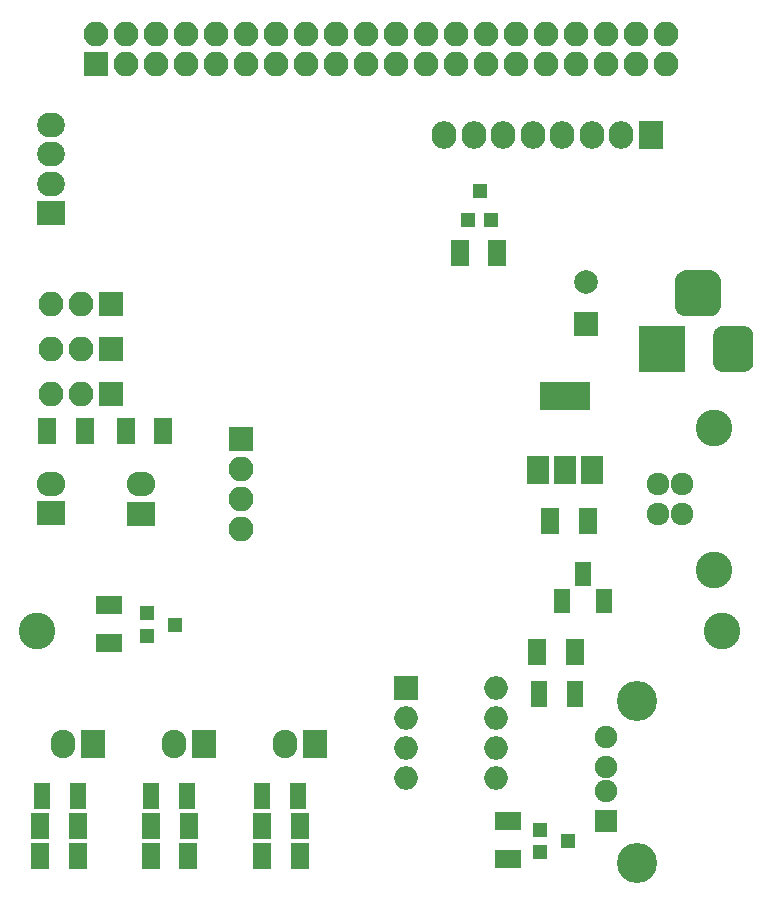
<source format=gbr>
G04 #@! TF.GenerationSoftware,KiCad,Pcbnew,5.0.0-rc2-dev-unknown-2230abd~62~ubuntu16.04.1*
G04 #@! TF.CreationDate,2018-03-12T21:04:26+13:00*
G04 #@! TF.ProjectId,pi-hat,70692D6861742E6B696361645F706362,rev?*
G04 #@! TF.SameCoordinates,Original*
G04 #@! TF.FileFunction,Soldermask,Top*
G04 #@! TF.FilePolarity,Negative*
%FSLAX46Y46*%
G04 Gerber Fmt 4.6, Leading zero omitted, Abs format (unit mm)*
G04 Created by KiCad (PCBNEW 5.0.0-rc2-dev-unknown-2230abd~62~ubuntu16.04.1) date Mon Mar 12 21:04:26 2018*
%MOMM*%
%LPD*%
G01*
G04 APERTURE LIST*
%ADD10C,1.900000*%
%ADD11R,1.900000X1.900000*%
%ADD12C,3.400000*%
%ADD13R,1.645000X2.200000*%
%ADD14R,1.470000X2.200000*%
%ADD15R,2.100000X2.400000*%
%ADD16O,2.100000X2.400000*%
%ADD17O,2.350000X2.100000*%
%ADD18R,2.350000X2.100000*%
%ADD19R,2.100000X2.100000*%
%ADD20O,2.100000X2.100000*%
%ADD21R,2.100000X2.350000*%
%ADD22O,2.100000X2.350000*%
%ADD23C,1.920000*%
%ADD24C,3.100000*%
%ADD25R,3.900000X3.900000*%
%ADD26C,0.100000*%
%ADD27C,3.900000*%
%ADD28R,2.200000X1.645000*%
%ADD29O,2.400000X2.100000*%
%ADD30R,2.400000X2.100000*%
%ADD31R,2.000000X2.000000*%
%ADD32O,2.000000X2.000000*%
%ADD33C,2.000000*%
%ADD34R,1.900000X2.400000*%
%ADD35R,4.200000X2.400000*%
%ADD36R,1.200000X1.300000*%
%ADD37R,1.300000X1.200000*%
%ADD38R,1.400000X2.000000*%
G04 APERTURE END LIST*
D10*
X151680000Y-162025000D03*
X151680000Y-164565000D03*
X151680000Y-166595000D03*
D11*
X151680000Y-169135000D03*
D12*
X154350000Y-158975000D03*
X154350000Y-172695000D03*
D13*
X113187000Y-169557000D03*
X116372000Y-169557000D03*
D14*
X113187000Y-167017000D03*
X116197000Y-167017000D03*
D13*
X116352000Y-172097000D03*
X113167000Y-172097000D03*
D14*
X125587000Y-167017000D03*
X122577000Y-167017000D03*
D15*
X127022000Y-162572000D03*
D16*
X124522000Y-162572000D03*
D13*
X125762000Y-172097000D03*
X122577000Y-172097000D03*
X122577000Y-169557000D03*
X125762000Y-169557000D03*
D17*
X104690000Y-110160000D03*
X104690000Y-112660000D03*
X104690000Y-115160000D03*
D18*
X104690000Y-117660000D03*
D15*
X117632000Y-162572000D03*
D16*
X115132000Y-162572000D03*
D14*
X103962000Y-167017000D03*
X106972000Y-167017000D03*
D16*
X105742000Y-162572000D03*
D15*
X108242000Y-162572000D03*
D14*
X146061000Y-158316000D03*
X149071000Y-158316000D03*
D19*
X108500000Y-105000000D03*
D20*
X108500000Y-102460000D03*
X111040000Y-105000000D03*
X111040000Y-102460000D03*
X113580000Y-105000000D03*
X113580000Y-102460000D03*
X116120000Y-105000000D03*
X116120000Y-102460000D03*
X118660000Y-105000000D03*
X118660000Y-102460000D03*
X121200000Y-105000000D03*
X121200000Y-102460000D03*
X123740000Y-105000000D03*
X123740000Y-102460000D03*
X126280000Y-105000000D03*
X126280000Y-102460000D03*
X128820000Y-105000000D03*
X128820000Y-102460000D03*
X131360000Y-105000000D03*
X131360000Y-102460000D03*
X133900000Y-105000000D03*
X133900000Y-102460000D03*
X136440000Y-105000000D03*
X136440000Y-102460000D03*
X138980000Y-105000000D03*
X138980000Y-102460000D03*
X141520000Y-105000000D03*
X141520000Y-102460000D03*
X144060000Y-105000000D03*
X144060000Y-102460000D03*
X146600000Y-105000000D03*
X146600000Y-102460000D03*
X149140000Y-105000000D03*
X149140000Y-102460000D03*
X151680000Y-105000000D03*
X151680000Y-102460000D03*
X154220000Y-105000000D03*
X154220000Y-102460000D03*
X156760000Y-105000000D03*
X156760000Y-102460000D03*
D21*
X155500000Y-111000000D03*
D22*
X153000000Y-111000000D03*
X150500000Y-111000000D03*
X148000000Y-111000000D03*
X145500000Y-111000000D03*
X143000000Y-111000000D03*
X140500000Y-111000000D03*
X138000000Y-111000000D03*
D23*
X156125000Y-143100000D03*
X156125000Y-140560000D03*
X158125000Y-140560000D03*
X158125000Y-143100000D03*
D24*
X160825000Y-147830000D03*
X160825000Y-135830000D03*
D25*
X156475000Y-129130000D03*
D26*
G36*
X163408315Y-127184093D02*
X163490827Y-127196333D01*
X163571742Y-127216601D01*
X163650281Y-127244702D01*
X163725687Y-127280367D01*
X163797235Y-127323251D01*
X163864234Y-127372941D01*
X163926041Y-127428959D01*
X163982059Y-127490766D01*
X164031749Y-127557765D01*
X164074633Y-127629313D01*
X164110298Y-127704719D01*
X164138399Y-127783258D01*
X164158667Y-127864173D01*
X164170907Y-127946685D01*
X164175000Y-128030000D01*
X164175000Y-130230000D01*
X164170907Y-130313315D01*
X164158667Y-130395827D01*
X164138399Y-130476742D01*
X164110298Y-130555281D01*
X164074633Y-130630687D01*
X164031749Y-130702235D01*
X163982059Y-130769234D01*
X163926041Y-130831041D01*
X163864234Y-130887059D01*
X163797235Y-130936749D01*
X163725687Y-130979633D01*
X163650281Y-131015298D01*
X163571742Y-131043399D01*
X163490827Y-131063667D01*
X163408315Y-131075907D01*
X163325000Y-131080000D01*
X161625000Y-131080000D01*
X161541685Y-131075907D01*
X161459173Y-131063667D01*
X161378258Y-131043399D01*
X161299719Y-131015298D01*
X161224313Y-130979633D01*
X161152765Y-130936749D01*
X161085766Y-130887059D01*
X161023959Y-130831041D01*
X160967941Y-130769234D01*
X160918251Y-130702235D01*
X160875367Y-130630687D01*
X160839702Y-130555281D01*
X160811601Y-130476742D01*
X160791333Y-130395827D01*
X160779093Y-130313315D01*
X160775000Y-130230000D01*
X160775000Y-128030000D01*
X160779093Y-127946685D01*
X160791333Y-127864173D01*
X160811601Y-127783258D01*
X160839702Y-127704719D01*
X160875367Y-127629313D01*
X160918251Y-127557765D01*
X160967941Y-127490766D01*
X161023959Y-127428959D01*
X161085766Y-127372941D01*
X161152765Y-127323251D01*
X161224313Y-127280367D01*
X161299719Y-127244702D01*
X161378258Y-127216601D01*
X161459173Y-127196333D01*
X161541685Y-127184093D01*
X161625000Y-127180000D01*
X163325000Y-127180000D01*
X163408315Y-127184093D01*
X163408315Y-127184093D01*
G37*
D12*
X162475000Y-129130000D03*
D26*
G36*
X160545567Y-122484695D02*
X160640213Y-122498734D01*
X160733028Y-122521983D01*
X160823116Y-122554217D01*
X160909612Y-122595127D01*
X160991681Y-122644317D01*
X161068533Y-122701315D01*
X161139429Y-122765571D01*
X161203685Y-122836467D01*
X161260683Y-122913319D01*
X161309873Y-122995388D01*
X161350783Y-123081884D01*
X161383017Y-123171972D01*
X161406266Y-123264787D01*
X161420305Y-123359433D01*
X161425000Y-123455000D01*
X161425000Y-125405000D01*
X161420305Y-125500567D01*
X161406266Y-125595213D01*
X161383017Y-125688028D01*
X161350783Y-125778116D01*
X161309873Y-125864612D01*
X161260683Y-125946681D01*
X161203685Y-126023533D01*
X161139429Y-126094429D01*
X161068533Y-126158685D01*
X160991681Y-126215683D01*
X160909612Y-126264873D01*
X160823116Y-126305783D01*
X160733028Y-126338017D01*
X160640213Y-126361266D01*
X160545567Y-126375305D01*
X160450000Y-126380000D01*
X158500000Y-126380000D01*
X158404433Y-126375305D01*
X158309787Y-126361266D01*
X158216972Y-126338017D01*
X158126884Y-126305783D01*
X158040388Y-126264873D01*
X157958319Y-126215683D01*
X157881467Y-126158685D01*
X157810571Y-126094429D01*
X157746315Y-126023533D01*
X157689317Y-125946681D01*
X157640127Y-125864612D01*
X157599217Y-125778116D01*
X157566983Y-125688028D01*
X157543734Y-125595213D01*
X157529695Y-125500567D01*
X157525000Y-125405000D01*
X157525000Y-123455000D01*
X157529695Y-123359433D01*
X157543734Y-123264787D01*
X157566983Y-123171972D01*
X157599217Y-123081884D01*
X157640127Y-122995388D01*
X157689317Y-122913319D01*
X157746315Y-122836467D01*
X157810571Y-122765571D01*
X157881467Y-122701315D01*
X157958319Y-122644317D01*
X158040388Y-122595127D01*
X158126884Y-122554217D01*
X158216972Y-122521983D01*
X158309787Y-122498734D01*
X158404433Y-122484695D01*
X158500000Y-122480000D01*
X160450000Y-122480000D01*
X160545567Y-122484695D01*
X160545567Y-122484695D01*
G37*
D27*
X159475000Y-124430000D03*
D19*
X109770000Y-132940000D03*
D20*
X107230000Y-132940000D03*
X104690000Y-132940000D03*
X104690000Y-129130000D03*
X107230000Y-129130000D03*
D19*
X109770000Y-129130000D03*
X109770000Y-125320000D03*
D20*
X107230000Y-125320000D03*
X104690000Y-125320000D03*
D13*
X104367500Y-136115000D03*
X107552500Y-136115000D03*
X114225000Y-136115000D03*
X111040000Y-136115000D03*
X139315000Y-121000000D03*
X142500000Y-121000000D03*
X103787000Y-169557000D03*
X106972000Y-169557000D03*
X106972000Y-172097000D03*
X103787000Y-172097000D03*
X145886000Y-154816000D03*
X149071000Y-154816000D03*
X150172000Y-143704000D03*
X146987000Y-143704000D03*
D28*
X143402000Y-172332000D03*
X143402000Y-169147000D03*
D29*
X104690000Y-140560000D03*
D30*
X104690000Y-143060000D03*
X112310000Y-143100000D03*
D29*
X112310000Y-140600000D03*
D31*
X134798000Y-157818000D03*
D32*
X142418000Y-165438000D03*
X134798000Y-160358000D03*
X142418000Y-162898000D03*
X134798000Y-162898000D03*
X142418000Y-160358000D03*
X134798000Y-165438000D03*
X142418000Y-157818000D03*
D31*
X150000000Y-127000000D03*
D33*
X150000000Y-123500000D03*
D34*
X145944000Y-139400000D03*
X150544000Y-139400000D03*
X148244000Y-139400000D03*
D35*
X148244000Y-133100000D03*
D19*
X120828000Y-136736000D03*
D20*
X120828000Y-139276000D03*
X120828000Y-141816000D03*
X120828000Y-144356000D03*
D24*
X103500000Y-153000000D03*
X161500000Y-153000000D03*
D36*
X141000000Y-115800000D03*
X141950000Y-118200000D03*
X140050000Y-118200000D03*
D37*
X146082000Y-169858000D03*
X146082000Y-171758000D03*
X148482000Y-170808000D03*
D38*
X148000000Y-150500000D03*
X149750000Y-148200000D03*
X151500000Y-150500000D03*
D37*
X112840000Y-151534000D03*
X112840000Y-153434000D03*
X115240000Y-152484000D03*
D28*
X109652000Y-150823000D03*
X109652000Y-154008000D03*
M02*

</source>
